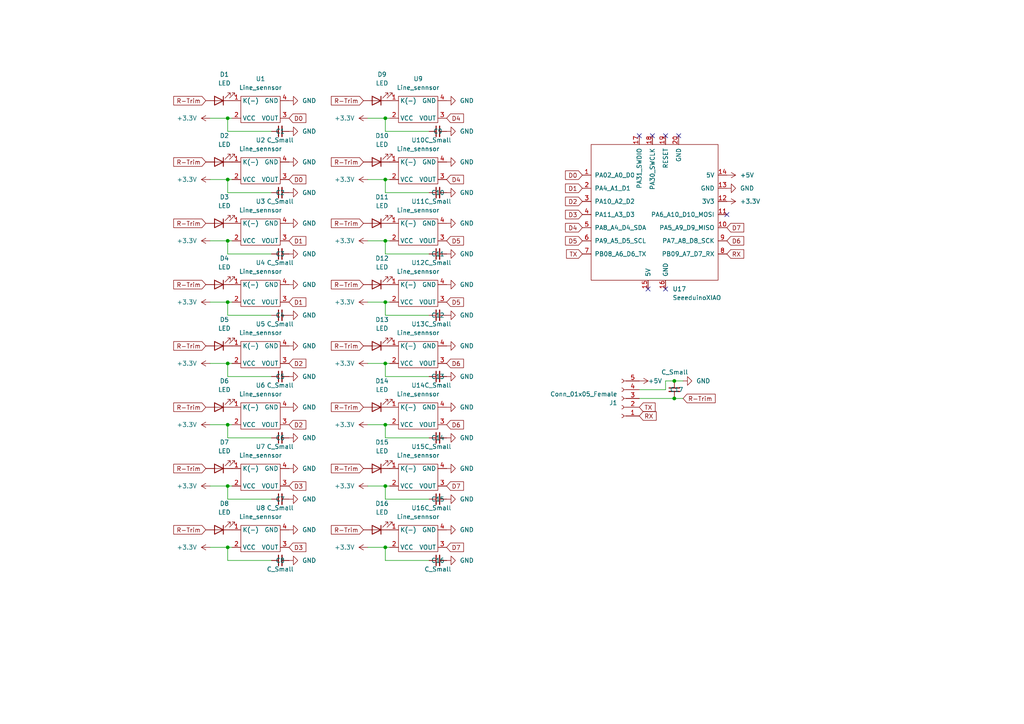
<source format=kicad_sch>
(kicad_sch (version 20211123) (generator eeschema)
  (paper "A4")
  (lib_symbols
    (symbol "Connector:Conn_01x05_Female" (pin_names (offset 1.016) hide)
      (property "Reference" "J" (at 0 7.62 0))
      (property "Value" "Conn_01x05_Female" (at 0 -7.62 0))
      (symbol "Conn_01x05_Female_1_1"
        (arc (start 0 -4.572) (mid -0.508 -5.08) (end 0 -5.588) (stroke (width 0.1524)))
        (arc (start 0 -2.032) (mid -0.508 -2.54) (end 0 -3.048) (stroke (width 0.1524)))
        (polyline (pts (xy -1.27 -5.08) (xy -0.508 -5.08)) (stroke (width 0.1524)))
        (polyline (pts (xy -1.27 -2.54) (xy -0.508 -2.54)) (stroke (width 0.1524)))
        (polyline (pts (xy -1.27 0) (xy -0.508 0)) (stroke (width 0.1524)))
        (polyline (pts (xy -1.27 2.54) (xy -0.508 2.54)) (stroke (width 0.1524)))
        (polyline (pts (xy -1.27 5.08) (xy -0.508 5.08)) (stroke (width 0.1524)))
        (arc (start 0 0.508) (mid -0.508 0) (end 0 -0.508) (stroke (width 0.1524)))
        (arc (start 0 3.048) (mid -0.508 2.54) (end 0 2.032) (stroke (width 0.1524)))
        (arc (start 0 5.588) (mid -0.508 5.08) (end 0 4.572) (stroke (width 0.1524)))
        (pin passive line (at -5.08 5.08 0) (length 3.81) (name "Pin_1") (number "1"))
        (pin passive line (at -5.08 2.54 0) (length 3.81) (name "Pin_2") (number "2"))
        (pin passive line (at -5.08 0 0) (length 3.81) (name "Pin_3") (number "3"))
        (pin passive line (at -5.08 -2.54 0) (length 3.81) (name "Pin_4") (number "4"))
        (pin passive line (at -5.08 -5.08 0) (length 3.81) (name "Pin_5") (number "5"))
      )
    )
    (symbol "Device:C_Small" (pin_numbers hide) (pin_names (offset 0.254) hide)
      (property "Reference" "C" (at 0.254 1.778 0))
      (property "Value" "C_Small" (at 0.254 -2.032 0))
      (symbol "C_Small_0_1"
        (polyline (pts (xy -1.524 -0.508) (xy 1.524 -0.508)) (stroke (width 0.3302)))
        (polyline (pts (xy -1.524 0.508) (xy 1.524 0.508)) (stroke (width 0.3048)))
      )
      (symbol "C_Small_1_1"
        (pin passive line (at 0 2.54 270) (length 2.032) (name "~") (number "1"))
        (pin passive line (at 0 -2.54 90) (length 2.032) (name "~") (number "2"))
      )
    )
    (symbol "Device:LED" (pin_numbers hide) (pin_names (offset 1.016) hide)
      (property "Reference" "D" (at 0 2.54 0))
      (property "Value" "LED" (at 0 -2.54 0))
      (symbol "LED_0_1"
        (polyline (pts (xy -1.27 -1.27) (xy -1.27 1.27)) (stroke (width 0.254)))
        (polyline (pts (xy -1.27 0) (xy 1.27 0)))
        (polyline (pts (xy 1.27 -1.27) (xy 1.27 1.27) (xy -1.27 0) (xy 1.27 -1.27)) (stroke (width 0.254)))
        (polyline (pts (xy -3.048 -0.762) (xy -4.572 -2.286) (xy -3.81 -2.286) (xy -4.572 -2.286) (xy -4.572 -1.524)))
        (polyline (pts (xy -1.778 -0.762) (xy -3.302 -2.286) (xy -2.54 -2.286) (xy -3.302 -2.286) (xy -3.302 -1.524)))
      )
      (symbol "LED_1_1"
        (pin passive line (at -3.81 0 0) (length 2.54) (name "K") (number "1"))
        (pin passive line (at 3.81 0 180) (length 2.54) (name "A") (number "2"))
      )
    )
    (symbol "Line_Sensor:Line_sennsor"
      (property "Reference" "U" (at 0 1.27 0))
      (property "Value" "Line_sennsor" (at 0 0 0))
      (symbol "Line_sennsor_0_1"
        (rectangle (start -6.35 -1.27) (end 5.08 -8.89))
      )
      (symbol "Line_sennsor_1_1"
        (pin bidirectional line (at -8.89 -2.54 0) (length 2.54) (name "K(-)") (number "1"))
        (pin bidirectional line (at -8.89 -7.62 0) (length 2.54) (name "VCC") (number "2"))
        (pin bidirectional line (at 7.62 -7.62 180) (length 2.54) (name "VOUT") (number "3"))
        (pin bidirectional line (at 7.62 -2.54 180) (length 2.54) (name "GND") (number "4"))
      )
    )
    (symbol "Seeeduino XIAO:SeeeduinoXIAO" (pin_names (offset 1.016))
      (property "Reference" "U" (at -19.05 22.86 0))
      (property "Value" "SeeeduinoXIAO" (at -12.7 21.59 0))
      (symbol "SeeeduinoXIAO_0_1"
        (rectangle (start -19.05 20.32) (end 17.78 -19.05))
      )
      (symbol "SeeeduinoXIAO_1_1"
        (pin unspecified line (at -21.59 11.43 0) (length 2.54) (name "PA02_A0_D0") (number "1"))
        (pin unspecified line (at 20.32 -3.81 180) (length 2.54) (name "PA5_A9_D9_MISO") (number "10"))
        (pin unspecified line (at 20.32 0 180) (length 2.54) (name "PA6_A10_D10_MOSI") (number "11"))
        (pin unspecified line (at 20.32 3.81 180) (length 2.54) (name "3V3") (number "12"))
        (pin unspecified line (at 20.32 7.62 180) (length 2.54) (name "GND") (number "13"))
        (pin unspecified line (at 20.32 11.43 180) (length 2.54) (name "5V") (number "14"))
        (pin input line (at -2.54 -21.59 90) (length 2.54) (name "5V") (number "15"))
        (pin input line (at 2.54 -21.59 90) (length 2.54) (name "GND") (number "16"))
        (pin input line (at -5.08 22.86 270) (length 2.54) (name "PA31_SWDIO") (number "17"))
        (pin input line (at -1.27 22.86 270) (length 2.54) (name "PA30_SWCLK") (number "18"))
        (pin input line (at 2.54 22.86 270) (length 2.54) (name "RESET") (number "19"))
        (pin unspecified line (at -21.59 7.62 0) (length 2.54) (name "PA4_A1_D1") (number "2"))
        (pin input line (at 6.35 22.86 270) (length 2.54) (name "GND") (number "20"))
        (pin unspecified line (at -21.59 3.81 0) (length 2.54) (name "PA10_A2_D2") (number "3"))
        (pin unspecified line (at -21.59 0 0) (length 2.54) (name "PA11_A3_D3") (number "4"))
        (pin unspecified line (at -21.59 -3.81 0) (length 2.54) (name "PA8_A4_D4_SDA") (number "5"))
        (pin unspecified line (at -21.59 -7.62 0) (length 2.54) (name "PA9_A5_D5_SCL") (number "6"))
        (pin unspecified line (at -21.59 -11.43 0) (length 2.54) (name "PB08_A6_D6_TX") (number "7"))
        (pin unspecified line (at 20.32 -11.43 180) (length 2.54) (name "PB09_A7_D7_RX") (number "8"))
        (pin unspecified line (at 20.32 -7.62 180) (length 2.54) (name "PA7_A8_D8_SCK") (number "9"))
      )
    )
    (symbol "power:+3.3V" (power) (pin_names (offset 0))
      (property "Value" "+3.3V" (at 0 3.556 0))
      (symbol "+3.3V_0_1"
        (polyline (pts (xy -0.762 1.27) (xy 0 2.54)))
        (polyline (pts (xy 0 0) (xy 0 2.54)))
        (polyline (pts (xy 0 2.54) (xy 0.762 1.27)))
      )
      (symbol "+3.3V_1_1"
        (pin power_in line (at 0 0 90) (length 0) hide (name "+3.3V") (number "1"))
      )
    )
    (symbol "power:+5V" (power) (pin_names (offset 0))
      (property "Value" "+5V" (at 0 3.556 0))
      (symbol "+5V_0_1"
        (polyline (pts (xy -0.762 1.27) (xy 0 2.54)))
        (polyline (pts (xy 0 0) (xy 0 2.54)))
        (polyline (pts (xy 0 2.54) (xy 0.762 1.27)))
      )
      (symbol "+5V_1_1"
        (pin power_in line (at 0 0 90) (length 0) hide (name "+5V") (number "1"))
      )
    )
    (symbol "power:GND" (power) (pin_names (offset 0))
      (property "Value" "GND" (at 0 -3.81 0))
      (symbol "GND_0_1"
        (polyline (pts (xy 0 0) (xy 0 -1.27) (xy 1.27 -1.27) (xy 0 -2.54) (xy -1.27 -1.27) (xy 0 -1.27)))
      )
      (symbol "GND_1_1"
        (pin power_in line (at 0 0 270) (length 0) hide (name "GND") (number "1"))
      )
    )
  )
  (junction (at 195.58 115.57))
  (junction (at 111.76 123.19))
  (junction (at 66.04 140.97))
  (junction (at 66.04 158.75))
  (junction (at 111.76 87.63))
  (junction (at 66.04 52.07))
  (junction (at 111.76 52.07))
  (junction (at 66.04 34.29))
  (junction (at 66.04 105.41))
  (junction (at 111.76 105.41))
  (junction (at 111.76 140.97))
  (junction (at 111.76 34.29))
  (junction (at 195.58 110.49))
  (junction (at 66.04 123.19))
  (junction (at 111.76 158.75))
  (junction (at 66.04 69.85))
  (junction (at 66.04 87.63))
  (junction (at 111.76 69.85))
  (no_connect (at 185.42 39.37))
  (no_connect (at 210.82 62.23))
  (no_connect (at 193.04 39.37))
  (no_connect (at 187.96 83.82))
  (no_connect (at 189.23 39.37))
  (no_connect (at 196.85 39.37))
  (no_connect (at 193.04 83.82))
  (wire (pts (xy 66.04 55.88) (xy 78.74 55.88)))
  (wire (pts (xy 193.04 110.49) (xy 195.58 110.49)))
  (wire (pts (xy 111.76 162.56) (xy 124.46 162.56)))
  (wire (pts (xy 66.04 158.75) (xy 66.04 162.56)))
  (wire (pts (xy 66.04 105.41) (xy 67.31 105.41)))
  (wire (pts (xy 66.04 34.29) (xy 67.31 34.29)))
  (wire (pts (xy 111.76 140.97) (xy 111.76 144.78)))
  (wire (pts (xy 111.76 123.19) (xy 111.76 127)))
  (wire (pts (xy 66.04 69.85) (xy 67.31 69.85)))
  (wire (pts (xy 111.76 144.78) (xy 124.46 144.78)))
  (wire (pts (xy 60.96 34.29) (xy 66.04 34.29)))
  (wire (pts (xy 111.76 127) (xy 124.46 127)))
  (wire (pts (xy 66.04 123.19) (xy 66.04 127)))
  (wire (pts (xy 111.76 69.85) (xy 111.76 73.66)))
  (wire (pts (xy 111.76 140.97) (xy 113.03 140.97)))
  (wire (pts (xy 60.96 123.19) (xy 66.04 123.19)))
  (wire (pts (xy 111.76 158.75) (xy 113.03 158.75)))
  (wire (pts (xy 60.96 140.97) (xy 66.04 140.97)))
  (wire (pts (xy 66.04 123.19) (xy 67.31 123.19)))
  (wire (pts (xy 111.76 34.29) (xy 111.76 38.1)))
  (wire (pts (xy 106.68 140.97) (xy 111.76 140.97)))
  (wire (pts (xy 106.68 105.41) (xy 111.76 105.41)))
  (wire (pts (xy 111.76 52.07) (xy 113.03 52.07)))
  (wire (pts (xy 193.04 110.49) (xy 193.04 113.03)))
  (wire (pts (xy 106.68 52.07) (xy 111.76 52.07)))
  (wire (pts (xy 111.76 69.85) (xy 113.03 69.85)))
  (wire (pts (xy 66.04 73.66) (xy 78.74 73.66)))
  (wire (pts (xy 66.04 91.44) (xy 78.74 91.44)))
  (wire (pts (xy 111.76 158.75) (xy 111.76 162.56)))
  (wire (pts (xy 185.42 115.57) (xy 195.58 115.57)))
  (wire (pts (xy 60.96 87.63) (xy 66.04 87.63)))
  (wire (pts (xy 106.68 69.85) (xy 111.76 69.85)))
  (wire (pts (xy 111.76 87.63) (xy 113.03 87.63)))
  (wire (pts (xy 66.04 158.75) (xy 67.31 158.75)))
  (wire (pts (xy 66.04 87.63) (xy 67.31 87.63)))
  (wire (pts (xy 66.04 144.78) (xy 78.74 144.78)))
  (wire (pts (xy 60.96 105.41) (xy 66.04 105.41)))
  (wire (pts (xy 60.96 52.07) (xy 66.04 52.07)))
  (wire (pts (xy 106.68 123.19) (xy 111.76 123.19)))
  (wire (pts (xy 111.76 52.07) (xy 111.76 55.88)))
  (wire (pts (xy 111.76 109.22) (xy 124.46 109.22)))
  (wire (pts (xy 60.96 158.75) (xy 66.04 158.75)))
  (wire (pts (xy 111.76 38.1) (xy 124.46 38.1)))
  (wire (pts (xy 66.04 69.85) (xy 66.04 73.66)))
  (wire (pts (xy 106.68 87.63) (xy 111.76 87.63)))
  (wire (pts (xy 66.04 127) (xy 78.74 127)))
  (wire (pts (xy 111.76 105.41) (xy 113.03 105.41)))
  (wire (pts (xy 111.76 123.19) (xy 113.03 123.19)))
  (wire (pts (xy 111.76 105.41) (xy 111.76 109.22)))
  (wire (pts (xy 111.76 91.44) (xy 124.46 91.44)))
  (wire (pts (xy 66.04 34.29) (xy 66.04 38.1)))
  (wire (pts (xy 66.04 87.63) (xy 66.04 91.44)))
  (wire (pts (xy 66.04 52.07) (xy 66.04 55.88)))
  (wire (pts (xy 111.76 87.63) (xy 111.76 91.44)))
  (wire (pts (xy 111.76 73.66) (xy 124.46 73.66)))
  (wire (pts (xy 66.04 109.22) (xy 78.74 109.22)))
  (wire (pts (xy 66.04 105.41) (xy 66.04 109.22)))
  (wire (pts (xy 111.76 55.88) (xy 124.46 55.88)))
  (wire (pts (xy 60.96 69.85) (xy 66.04 69.85)))
  (wire (pts (xy 106.68 158.75) (xy 111.76 158.75)))
  (wire (pts (xy 111.76 34.29) (xy 113.03 34.29)))
  (wire (pts (xy 195.58 115.57) (xy 198.12 115.57)))
  (wire (pts (xy 66.04 140.97) (xy 66.04 144.78)))
  (wire (pts (xy 66.04 38.1) (xy 78.74 38.1)))
  (wire (pts (xy 66.04 140.97) (xy 67.31 140.97)))
  (wire (pts (xy 193.04 113.03) (xy 185.42 113.03)))
  (wire (pts (xy 66.04 162.56) (xy 78.74 162.56)))
  (wire (pts (xy 198.12 110.49) (xy 195.58 110.49)))
  (wire (pts (xy 106.68 34.29) (xy 111.76 34.29)))
  (wire (pts (xy 66.04 52.07) (xy 67.31 52.07)))
  (global_label "R-Trim" (shape input) (at 105.41 82.55 180) (property "Intersheet References" "${INTERSHEET_REFS}" (effects hide)))
  (global_label "D3" (shape input) (at 83.82 140.97 0) (property "Intersheet References" "${INTERSHEET_REFS}" (effects hide)))
  (global_label "R-Trim" (shape input) (at 59.69 64.77 180) (property "Intersheet References" "${INTERSHEET_REFS}" (effects hide)))
  (global_label "D4" (shape input) (at 129.54 52.07 0) (property "Intersheet References" "${INTERSHEET_REFS}" (effects hide)))
  (global_label "D6" (shape input) (at 210.82 69.85 0) (property "Intersheet References" "${INTERSHEET_REFS}" (effects hide)))
  (global_label "RX" (shape input) (at 185.42 120.65 0) (property "Intersheet References" "${INTERSHEET_REFS}" (effects hide)))
  (global_label "R-Trim" (shape input) (at 198.12 115.57 0) (property "Intersheet References" "${INTERSHEET_REFS}" (effects hide)))
  (global_label "R-Trim" (shape input) (at 59.69 100.33 180) (property "Intersheet References" "${INTERSHEET_REFS}" (effects hide)))
  (global_label "D5" (shape input) (at 129.54 69.85 0) (property "Intersheet References" "${INTERSHEET_REFS}" (effects hide)))
  (global_label "D3" (shape input) (at 83.82 158.75 0) (property "Intersheet References" "${INTERSHEET_REFS}" (effects hide)))
  (global_label "D5" (shape input) (at 129.54 87.63 0) (property "Intersheet References" "${INTERSHEET_REFS}" (effects hide)))
  (global_label "R-Trim" (shape input) (at 59.69 82.55 180) (property "Intersheet References" "${INTERSHEET_REFS}" (effects hide)))
  (global_label "R-Trim" (shape input) (at 105.41 64.77 180) (property "Intersheet References" "${INTERSHEET_REFS}" (effects hide)))
  (global_label "TX" (shape input) (at 185.42 118.11 0) (property "Intersheet References" "${INTERSHEET_REFS}" (effects hide)))
  (global_label "D1" (shape input) (at 83.82 87.63 0) (property "Intersheet References" "${INTERSHEET_REFS}" (effects hide)))
  (global_label "R-Trim" (shape input) (at 105.41 153.67 180) (property "Intersheet References" "${INTERSHEET_REFS}" (effects hide)))
  (global_label "D7" (shape input) (at 129.54 158.75 0) (property "Intersheet References" "${INTERSHEET_REFS}" (effects hide)))
  (global_label "R-Trim" (shape input) (at 105.41 46.99 180) (property "Intersheet References" "${INTERSHEET_REFS}" (effects hide)))
  (global_label "R-Trim" (shape input) (at 105.41 29.21 180) (property "Intersheet References" "${INTERSHEET_REFS}" (effects hide)))
  (global_label "R-Trim" (shape input) (at 59.69 153.67 180) (property "Intersheet References" "${INTERSHEET_REFS}" (effects hide)))
  (global_label "D1" (shape input) (at 168.91 54.61 180) (property "Intersheet References" "${INTERSHEET_REFS}" (effects hide)))
  (global_label "D4" (shape input) (at 129.54 34.29 0) (property "Intersheet References" "${INTERSHEET_REFS}" (effects hide)))
  (global_label "D0" (shape input) (at 168.91 50.8 180) (property "Intersheet References" "${INTERSHEET_REFS}" (effects hide)))
  (global_label "R-Trim" (shape input) (at 59.69 118.11 180) (property "Intersheet References" "${INTERSHEET_REFS}" (effects hide)))
  (global_label "D2" (shape input) (at 83.82 123.19 0) (property "Intersheet References" "${INTERSHEET_REFS}" (effects hide)))
  (global_label "TX" (shape input) (at 168.91 73.66 180) (property "Intersheet References" "${INTERSHEET_REFS}" (effects hide)))
  (global_label "D7" (shape input) (at 210.82 66.04 0) (property "Intersheet References" "${INTERSHEET_REFS}" (effects hide)))
  (global_label "D6" (shape input) (at 129.54 123.19 0) (property "Intersheet References" "${INTERSHEET_REFS}" (effects hide)))
  (global_label "R-Trim" (shape input) (at 105.41 100.33 180) (property "Intersheet References" "${INTERSHEET_REFS}" (effects hide)))
  (global_label "R-Trim" (shape input) (at 59.69 46.99 180) (property "Intersheet References" "${INTERSHEET_REFS}" (effects hide)))
  (global_label "R-Trim" (shape input) (at 105.41 135.89 180) (property "Intersheet References" "${INTERSHEET_REFS}" (effects hide)))
  (global_label "D2" (shape input) (at 168.91 58.42 180) (property "Intersheet References" "${INTERSHEET_REFS}" (effects hide)))
  (global_label "RX" (shape input) (at 210.82 73.66 0) (property "Intersheet References" "${INTERSHEET_REFS}" (effects hide)))
  (global_label "D1" (shape input) (at 83.82 69.85 0) (property "Intersheet References" "${INTERSHEET_REFS}" (effects hide)))
  (global_label "D7" (shape input) (at 129.54 140.97 0) (property "Intersheet References" "${INTERSHEET_REFS}" (effects hide)))
  (global_label "D0" (shape input) (at 83.82 52.07 0) (property "Intersheet References" "${INTERSHEET_REFS}" (effects hide)))
  (global_label "D0" (shape input) (at 83.82 34.29 0) (property "Intersheet References" "${INTERSHEET_REFS}" (effects hide)))
  (global_label "D4" (shape input) (at 168.91 66.04 180) (property "Intersheet References" "${INTERSHEET_REFS}" (effects hide)))
  (global_label "D2" (shape input) (at 83.82 105.41 0) (property "Intersheet References" "${INTERSHEET_REFS}" (effects hide)))
  (global_label "R-Trim" (shape input) (at 59.69 29.21 180) (property "Intersheet References" "${INTERSHEET_REFS}" (effects hide)))
  (global_label "D5" (shape input) (at 168.91 69.85 180) (property "Intersheet References" "${INTERSHEET_REFS}" (effects hide)))
  (global_label "R-Trim" (shape input) (at 105.41 118.11 180) (property "Intersheet References" "${INTERSHEET_REFS}" (effects hide)))
  (global_label "D3" (shape input) (at 168.91 62.23 180) (property "Intersheet References" "${INTERSHEET_REFS}" (effects hide)))
  (global_label "D6" (shape input) (at 129.54 105.41 0) (property "Intersheet References" "${INTERSHEET_REFS}" (effects hide)))
  (global_label "R-Trim" (shape input) (at 59.69 135.89 180) (property "Intersheet References" "${INTERSHEET_REFS}" (effects hide)))
  (symbol (lib_id "Device:C_Small") (at 81.28 38.1 90) (unit 1)
    (property "Reference" "C1" (at 81.28 38.1 90))
    (property "Value" "C_Small" (at 81.28 40.64 90))
    (property "Footprint" "Capacitor_THT:C_Disc_D3.8mm_W2.6mm_P2.50mm" (effects hide))
  )
  (symbol (lib_id "Line_Sensor:Line_sennsor") (at 121.92 133.35 0) (unit 1)
    (property "Reference" "U15" (at 121.285 129.54 0))
    (property "Value" "Line_sennsor" (at 121.285 132.08 0))
    (property "Footprint" "Line_Sensor:Line_Sensor" (effects hide))
  )
  (symbol (lib_id "power:+3.3V") (at 60.96 158.75 90) (unit 1)
    (property "Reference" "#PWR08" (effects hide))
    (property "Value" "+3.3V" (at 57.15 158.7499 90) (effects (justify left)))
  )
  (symbol (lib_id "Device:LED") (at 63.5 82.55 180) (unit 1)
    (property "Reference" "D4" (at 65.0875 74.93 0))
    (property "Value" "LED" (at 65.0875 77.47 0))
    (property "Footprint" "LED_THT:LED_D3.0mm_Clear" (effects hide))
  )
  (symbol (lib_id "Device:C_Small") (at 127 144.78 90) (unit 1)
    (property "Reference" "C15" (at 127 144.78 90))
    (property "Value" "C_Small" (at 127 147.32 90))
    (property "Footprint" "Capacitor_THT:C_Disc_D3.8mm_W2.6mm_P2.50mm" (effects hide))
  )
  (symbol (lib_id "power:GND") (at 83.82 38.1 90) (unit 1)
    (property "Reference" "#PWR010" (effects hide))
    (property "Value" "GND" (at 87.63 38.0999 90) (effects (justify right)))
  )
  (symbol (lib_id "power:+3.3V") (at 60.96 123.19 90) (unit 1)
    (property "Reference" "#PWR06" (effects hide))
    (property "Value" "+3.3V" (at 57.15 123.1899 90) (effects (justify left)))
  )
  (symbol (lib_id "Device:C_Small") (at 127 73.66 90) (unit 1)
    (property "Reference" "C11" (at 127 73.66 90))
    (property "Value" "C_Small" (at 127 76.2 90))
    (property "Footprint" "Capacitor_THT:C_Disc_D3.8mm_W2.6mm_P2.50mm" (effects hide))
  )
  (symbol (lib_id "power:GND") (at 83.82 73.66 90) (unit 1)
    (property "Reference" "#PWR014" (effects hide))
    (property "Value" "GND" (at 87.63 73.6599 90) (effects (justify right)))
  )
  (symbol (lib_id "power:GND") (at 83.82 91.44 90) (unit 1)
    (property "Reference" "#PWR016" (effects hide))
    (property "Value" "GND" (at 87.63 91.4399 90) (effects (justify right)))
  )
  (symbol (lib_id "power:GND") (at 83.82 127 90) (unit 1)
    (property "Reference" "#PWR020" (effects hide))
    (property "Value" "GND" (at 87.63 126.9999 90) (effects (justify right)))
  )
  (symbol (lib_id "power:GND") (at 83.82 153.67 90) (unit 1)
    (property "Reference" "#PWR023" (effects hide))
    (property "Value" "GND" (at 87.63 153.6699 90) (effects (justify right)))
  )
  (symbol (lib_id "power:GND") (at 83.82 55.88 90) (unit 1)
    (property "Reference" "#PWR012" (effects hide))
    (property "Value" "GND" (at 87.63 55.8799 90) (effects (justify right)))
  )
  (symbol (lib_id "Line_Sensor:Line_sennsor") (at 76.2 80.01 0) (unit 1)
    (property "Reference" "U4" (at 75.565 76.2 0))
    (property "Value" "Line_sennsor" (at 75.565 78.74 0))
    (property "Footprint" "Line_Sensor:Line_Sensor" (effects hide))
  )
  (symbol (lib_id "power:+3.3V") (at 60.96 69.85 90) (unit 1)
    (property "Reference" "#PWR03" (effects hide))
    (property "Value" "+3.3V" (at 57.15 69.8499 90) (effects (justify left)))
  )
  (symbol (lib_id "Line_Sensor:Line_sennsor") (at 76.2 62.23 0) (unit 1)
    (property "Reference" "U3" (at 75.565 58.42 0))
    (property "Value" "Line_sennsor" (at 75.565 60.96 0))
    (property "Footprint" "Line_Sensor:Line_Sensor" (effects hide))
  )
  (symbol (lib_id "Device:C_Small") (at 195.58 113.03 0) (unit 1)
    (property "Reference" "C17" (at 194.31 113.03 0) (effects (justify left)))
    (property "Value" "C_Small" (at 191.77 107.95 0) (effects (justify left)))
    (property "Footprint" "Capacitor_THT:C_Disc_D3.8mm_W2.6mm_P2.50mm" (effects hide))
  )
  (symbol (lib_id "power:GND") (at 129.54 118.11 90) (unit 1)
    (property "Reference" "#PWR043" (effects hide))
    (property "Value" "GND" (at 133.35 118.1099 90) (effects (justify right)))
  )
  (symbol (lib_id "power:GND") (at 129.54 46.99 90) (unit 1)
    (property "Reference" "#PWR035" (effects hide))
    (property "Value" "GND" (at 133.35 46.9899 90) (effects (justify right)))
  )
  (symbol (lib_id "Line_Sensor:Line_sennsor") (at 121.92 97.79 0) (unit 1)
    (property "Reference" "U13" (at 121.285 93.98 0))
    (property "Value" "Line_sennsor" (at 121.285 96.52 0))
    (property "Footprint" "Line_Sensor:Line_Sensor" (effects hide))
  )
  (symbol (lib_id "Device:LED") (at 63.5 46.99 180) (unit 1)
    (property "Reference" "D2" (at 65.0875 39.37 0))
    (property "Value" "LED" (at 65.0875 41.91 0))
    (property "Footprint" "LED_THT:LED_D3.0mm_Clear" (effects hide))
  )
  (symbol (lib_id "power:GND") (at 129.54 162.56 90) (unit 1)
    (property "Reference" "#PWR048" (effects hide))
    (property "Value" "GND" (at 133.35 162.5599 90) (effects (justify right)))
  )
  (symbol (lib_id "power:GND") (at 83.82 162.56 90) (unit 1)
    (property "Reference" "#PWR024" (effects hide))
    (property "Value" "GND" (at 87.63 162.5599 90) (effects (justify right)))
  )
  (symbol (lib_id "power:+3.3V") (at 60.96 34.29 90) (unit 1)
    (property "Reference" "#PWR01" (effects hide))
    (property "Value" "+3.3V" (at 57.15 34.2899 90) (effects (justify left)))
  )
  (symbol (lib_id "Seeeduino XIAO:SeeeduinoXIAO") (at 190.5 62.23 0) (unit 1)
    (property "Reference" "U17" (at 195.0594 83.82 0) (effects (justify left)))
    (property "Value" "SeeeduinoXIAO" (at 195.0594 86.36 0) (effects (justify left)))
    (property "Footprint" "Seeeduino_Xiao:seeeduinoXIAO" (effects hide))
  )
  (symbol (lib_id "power:+5V") (at 185.42 110.49 270) (unit 1)
    (property "Reference" "#PWR049" (effects hide))
    (property "Value" "+5V" (at 187.96 110.49 90) (effects (justify left)))
  )
  (symbol (lib_id "power:GND") (at 83.82 46.99 90) (unit 1)
    (property "Reference" "#PWR011" (effects hide))
    (property "Value" "GND" (at 87.63 46.9899 90) (effects (justify right)))
  )
  (symbol (lib_id "power:GND") (at 129.54 73.66 90) (unit 1)
    (property "Reference" "#PWR038" (effects hide))
    (property "Value" "GND" (at 133.35 73.6599 90) (effects (justify right)))
  )
  (symbol (lib_id "power:GND") (at 129.54 144.78 90) (unit 1)
    (property "Reference" "#PWR046" (effects hide))
    (property "Value" "GND" (at 133.35 144.7799 90) (effects (justify right)))
  )
  (symbol (lib_id "power:GND") (at 83.82 100.33 90) (unit 1)
    (property "Reference" "#PWR017" (effects hide))
    (property "Value" "GND" (at 87.63 100.3299 90) (effects (justify right)))
  )
  (symbol (lib_id "Device:LED") (at 109.22 153.67 180) (unit 1)
    (property "Reference" "D16" (at 110.8075 146.05 0))
    (property "Value" "LED" (at 110.8075 148.59 0))
    (property "Footprint" "LED_THT:LED_D3.0mm_Clear" (effects hide))
  )
  (symbol (lib_id "power:+3.3V") (at 106.68 69.85 90) (unit 1)
    (property "Reference" "#PWR027" (effects hide))
    (property "Value" "+3.3V" (at 102.87 69.8499 90) (effects (justify left)))
  )
  (symbol (lib_id "power:+3.3V") (at 106.68 34.29 90) (unit 1)
    (property "Reference" "#PWR025" (effects hide))
    (property "Value" "+3.3V" (at 102.87 34.2899 90) (effects (justify left)))
  )
  (symbol (lib_id "Device:C_Small") (at 127 91.44 90) (unit 1)
    (property "Reference" "C12" (at 127 91.44 90))
    (property "Value" "C_Small" (at 127 93.98 90))
    (property "Footprint" "Capacitor_THT:C_Disc_D3.8mm_W2.6mm_P2.50mm" (effects hide))
  )
  (symbol (lib_id "Device:LED") (at 63.5 64.77 180) (unit 1)
    (property "Reference" "D3" (at 65.0875 57.15 0))
    (property "Value" "LED" (at 65.0875 59.69 0))
    (property "Footprint" "LED_THT:LED_D3.0mm_Clear" (effects hide))
  )
  (symbol (lib_id "power:GND") (at 83.82 144.78 90) (unit 1)
    (property "Reference" "#PWR022" (effects hide))
    (property "Value" "GND" (at 87.63 144.7799 90) (effects (justify right)))
  )
  (symbol (lib_id "power:+3.3V") (at 60.96 105.41 90) (unit 1)
    (property "Reference" "#PWR05" (effects hide))
    (property "Value" "+3.3V" (at 57.15 105.4099 90) (effects (justify left)))
  )
  (symbol (lib_id "Device:LED") (at 109.22 118.11 180) (unit 1)
    (property "Reference" "D14" (at 110.8075 110.49 0))
    (property "Value" "LED" (at 110.8075 113.03 0))
    (property "Footprint" "LED_THT:LED_D3.0mm_Clear" (effects hide))
  )
  (symbol (lib_id "Device:C_Small") (at 81.28 91.44 90) (unit 1)
    (property "Reference" "C4" (at 81.28 91.44 90))
    (property "Value" "C_Small" (at 81.28 93.98 90))
    (property "Footprint" "Capacitor_THT:C_Disc_D3.8mm_W2.6mm_P2.50mm" (effects hide))
  )
  (symbol (lib_id "Device:LED") (at 109.22 64.77 180) (unit 1)
    (property "Reference" "D11" (at 110.8075 57.15 0))
    (property "Value" "LED" (at 110.8075 59.69 0))
    (property "Footprint" "LED_THT:LED_D3.0mm_Clear" (effects hide))
  )
  (symbol (lib_id "Line_Sensor:Line_sennsor") (at 76.2 151.13 0) (unit 1)
    (property "Reference" "U8" (at 75.565 147.32 0))
    (property "Value" "Line_sennsor" (at 75.565 149.86 0))
    (property "Footprint" "Line_Sensor:Line_Sensor" (effects hide))
  )
  (symbol (lib_id "Line_Sensor:Line_sennsor") (at 121.92 80.01 0) (unit 1)
    (property "Reference" "U12" (at 121.285 76.2 0))
    (property "Value" "Line_sennsor" (at 121.285 78.74 0))
    (property "Footprint" "Line_Sensor:Line_Sensor" (effects hide))
  )
  (symbol (lib_id "Device:C_Small") (at 127 55.88 90) (unit 1)
    (property "Reference" "C10" (at 127 55.88 90))
    (property "Value" "C_Small" (at 127 58.42 90))
    (property "Footprint" "Capacitor_THT:C_Disc_D3.8mm_W2.6mm_P2.50mm" (effects hide))
  )
  (symbol (lib_id "Device:C_Small") (at 127 127 90) (unit 1)
    (property "Reference" "C14" (at 127 127 90))
    (property "Value" "C_Small" (at 127 129.54 90))
    (property "Footprint" "Capacitor_THT:C_Disc_D3.8mm_W2.6mm_P2.50mm" (effects hide))
  )
  (symbol (lib_id "power:GND") (at 129.54 91.44 90) (unit 1)
    (property "Reference" "#PWR040" (effects hide))
    (property "Value" "GND" (at 133.35 91.4399 90) (effects (justify right)))
  )
  (symbol (lib_id "power:GND") (at 83.82 109.22 90) (unit 1)
    (property "Reference" "#PWR018" (effects hide))
    (property "Value" "GND" (at 87.63 109.2199 90) (effects (justify right)))
  )
  (symbol (lib_id "Device:LED") (at 63.5 135.89 180) (unit 1)
    (property "Reference" "D7" (at 65.0875 128.27 0))
    (property "Value" "LED" (at 65.0875 130.81 0))
    (property "Footprint" "LED_THT:LED_D3.0mm_Clear" (effects hide))
  )
  (symbol (lib_id "Line_Sensor:Line_sennsor") (at 76.2 133.35 0) (unit 1)
    (property "Reference" "U7" (at 75.565 129.54 0))
    (property "Value" "Line_sennsor" (at 75.565 132.08 0))
    (property "Footprint" "Line_Sensor:Line_Sensor" (effects hide))
  )
  (symbol (lib_id "Line_Sensor:Line_sennsor") (at 76.2 115.57 0) (unit 1)
    (property "Reference" "U6" (at 75.565 111.76 0))
    (property "Value" "Line_sennsor" (at 75.565 114.3 0))
    (property "Footprint" "Line_Sensor:Line_Sensor" (effects hide))
  )
  (symbol (lib_id "Device:C_Small") (at 81.28 109.22 90) (unit 1)
    (property "Reference" "C5" (at 81.28 109.22 90))
    (property "Value" "C_Small" (at 81.28 111.76 90))
    (property "Footprint" "Capacitor_THT:C_Disc_D3.8mm_W2.6mm_P2.50mm" (effects hide))
  )
  (symbol (lib_id "power:GND") (at 210.82 54.61 90) (unit 1)
    (property "Reference" "#PWR052" (effects hide))
    (property "Value" "GND" (at 214.63 54.6099 90) (effects (justify right)))
  )
  (symbol (lib_id "Connector:Conn_01x05_Female") (at 180.34 115.57 180) (unit 1)
    (property "Reference" "J1" (at 179.07 116.8401 0) (effects (justify left)))
    (property "Value" "Conn_01x05_Female" (at 179.07 114.3001 0) (effects (justify left)))
    (property "Footprint" "Connector_JST:JST_XH_S5B-XH-A_1x05_P2.50mm_Horizontal" (effects hide))
  )
  (symbol (lib_id "power:GND") (at 129.54 153.67 90) (unit 1)
    (property "Reference" "#PWR047" (effects hide))
    (property "Value" "GND" (at 133.35 153.6699 90) (effects (justify right)))
  )
  (symbol (lib_id "power:+3.3V") (at 60.96 140.97 90) (unit 1)
    (property "Reference" "#PWR07" (effects hide))
    (property "Value" "+3.3V" (at 57.15 140.9699 90) (effects (justify left)))
  )
  (symbol (lib_id "power:GND") (at 83.82 135.89 90) (unit 1)
    (property "Reference" "#PWR021" (effects hide))
    (property "Value" "GND" (at 87.63 135.8899 90) (effects (justify right)))
  )
  (symbol (lib_id "Device:C_Small") (at 81.28 162.56 90) (unit 1)
    (property "Reference" "C8" (at 81.28 162.56 90))
    (property "Value" "C_Small" (at 81.28 165.1 90))
    (property "Footprint" "Capacitor_THT:C_Disc_D3.8mm_W2.6mm_P2.50mm" (effects hide))
  )
  (symbol (lib_id "Line_Sensor:Line_sennsor") (at 121.92 151.13 0) (unit 1)
    (property "Reference" "U16" (at 121.285 147.32 0))
    (property "Value" "Line_sennsor" (at 121.285 149.86 0))
    (property "Footprint" "Line_Sensor:Line_Sensor" (effects hide))
  )
  (symbol (lib_id "power:+5V") (at 210.82 50.8 270) (unit 1)
    (property "Reference" "#PWR051" (effects hide))
    (property "Value" "+5V" (at 214.63 50.7999 90) (effects (justify left)))
  )
  (symbol (lib_id "power:+3.3V") (at 106.68 52.07 90) (unit 1)
    (property "Reference" "#PWR026" (effects hide))
    (property "Value" "+3.3V" (at 102.87 52.0699 90) (effects (justify left)))
  )
  (symbol (lib_id "power:GND") (at 83.82 82.55 90) (unit 1)
    (property "Reference" "#PWR015" (effects hide))
    (property "Value" "GND" (at 87.63 82.5499 90) (effects (justify right)))
  )
  (symbol (lib_id "power:+3.3V") (at 106.68 87.63 90) (unit 1)
    (property "Reference" "#PWR028" (effects hide))
    (property "Value" "+3.3V" (at 102.87 87.6299 90) (effects (justify left)))
  )
  (symbol (lib_id "Device:C_Small") (at 81.28 73.66 90) (unit 1)
    (property "Reference" "C3" (at 81.28 73.66 90))
    (property "Value" "C_Small" (at 81.28 76.2 90))
    (property "Footprint" "Capacitor_THT:C_Disc_D3.8mm_W2.6mm_P2.50mm" (effects hide))
  )
  (symbol (lib_id "power:GND") (at 129.54 135.89 90) (unit 1)
    (property "Reference" "#PWR045" (effects hide))
    (property "Value" "GND" (at 133.35 135.8899 90) (effects (justify right)))
  )
  (symbol (lib_id "power:GND") (at 129.54 100.33 90) (unit 1)
    (property "Reference" "#PWR041" (effects hide))
    (property "Value" "GND" (at 133.35 100.3299 90) (effects (justify right)))
  )
  (symbol (lib_id "power:GND") (at 129.54 82.55 90) (unit 1)
    (property "Reference" "#PWR039" (effects hide))
    (property "Value" "GND" (at 133.35 82.5499 90) (effects (justify right)))
  )
  (symbol (lib_id "power:+3.3V") (at 106.68 158.75 90) (unit 1)
    (property "Reference" "#PWR032" (effects hide))
    (property "Value" "+3.3V" (at 102.87 158.7499 90) (effects (justify left)))
  )
  (symbol (lib_id "power:GND") (at 83.82 118.11 90) (unit 1)
    (property "Reference" "#PWR019" (effects hide))
    (property "Value" "GND" (at 87.63 118.1099 90) (effects (justify right)))
  )
  (symbol (lib_id "power:+3.3V") (at 106.68 105.41 90) (unit 1)
    (property "Reference" "#PWR029" (effects hide))
    (property "Value" "+3.3V" (at 102.87 105.4099 90) (effects (justify left)))
  )
  (symbol (lib_id "power:GND") (at 83.82 29.21 90) (unit 1)
    (property "Reference" "#PWR09" (effects hide))
    (property "Value" "GND" (at 87.63 29.2099 90) (effects (justify right)))
  )
  (symbol (lib_id "Line_Sensor:Line_sennsor") (at 76.2 97.79 0) (unit 1)
    (property "Reference" "U5" (at 75.565 93.98 0))
    (property "Value" "Line_sennsor" (at 75.565 96.52 0))
    (property "Footprint" "Line_Sensor:Line_Sensor" (effects hide))
  )
  (symbol (lib_id "Line_Sensor:Line_sennsor") (at 121.92 115.57 0) (unit 1)
    (property "Reference" "U14" (at 121.285 111.76 0))
    (property "Value" "Line_sennsor" (at 121.285 114.3 0))
    (property "Footprint" "Line_Sensor:Line_Sensor" (effects hide))
  )
  (symbol (lib_id "Device:C_Small") (at 127 109.22 90) (unit 1)
    (property "Reference" "C13" (at 127 109.22 90))
    (property "Value" "C_Small" (at 127 111.76 90))
    (property "Footprint" "Capacitor_THT:C_Disc_D3.8mm_W2.6mm_P2.50mm" (effects hide))
  )
  (symbol (lib_id "power:+3.3V") (at 210.82 58.42 270) (unit 1)
    (property "Reference" "#PWR053" (effects hide))
    (property "Value" "+3.3V" (at 214.63 58.4199 90) (effects (justify left)))
  )
  (symbol (lib_id "Device:LED") (at 109.22 82.55 180) (unit 1)
    (property "Reference" "D12" (at 110.8075 74.93 0))
    (property "Value" "LED" (at 110.8075 77.47 0))
    (property "Footprint" "LED_THT:LED_D3.0mm_Clear" (effects hide))
  )
  (symbol (lib_id "Device:LED") (at 63.5 153.67 180) (unit 1)
    (property "Reference" "D8" (at 65.0875 146.05 0))
    (property "Value" "LED" (at 65.0875 148.59 0))
    (property "Footprint" "LED_THT:LED_D3.0mm_Clear" (effects hide))
  )
  (symbol (lib_id "power:GND") (at 129.54 127 90) (unit 1)
    (property "Reference" "#PWR044" (effects hide))
    (property "Value" "GND" (at 133.35 126.9999 90) (effects (justify right)))
  )
  (symbol (lib_id "power:GND") (at 129.54 38.1 90) (unit 1)
    (property "Reference" "#PWR034" (effects hide))
    (property "Value" "GND" (at 133.35 38.0999 90) (effects (justify right)))
  )
  (symbol (lib_id "Device:LED") (at 109.22 100.33 180) (unit 1)
    (property "Reference" "D13" (at 110.8075 92.71 0))
    (property "Value" "LED" (at 110.8075 95.25 0))
    (property "Footprint" "LED_THT:LED_D3.0mm_Clear" (effects hide))
  )
  (symbol (lib_id "Line_Sensor:Line_sennsor") (at 76.2 26.67 0) (unit 1)
    (property "Reference" "U1" (at 75.565 22.86 0))
    (property "Value" "Line_sennsor" (at 75.565 25.4 0))
    (property "Footprint" "Line_Sensor:Line_Sensor" (effects hide))
  )
  (symbol (lib_id "Device:LED") (at 63.5 29.21 180) (unit 1)
    (property "Reference" "D1" (at 65.0875 21.59 0))
    (property "Value" "LED" (at 65.0875 24.13 0))
    (property "Footprint" "LED_THT:LED_D3.0mm_Clear" (effects hide))
  )
  (symbol (lib_id "power:+3.3V") (at 106.68 123.19 90) (unit 1)
    (property "Reference" "#PWR030" (effects hide))
    (property "Value" "+3.3V" (at 102.87 123.1899 90) (effects (justify left)))
  )
  (symbol (lib_id "Device:LED") (at 63.5 100.33 180) (unit 1)
    (property "Reference" "D5" (at 65.0875 92.71 0))
    (property "Value" "LED" (at 65.0875 95.25 0))
    (property "Footprint" "LED_THT:LED_D3.0mm_Clear" (effects hide))
  )
  (symbol (lib_id "power:GND") (at 198.12 110.49 90) (unit 1)
    (property "Reference" "#PWR050" (effects hide))
    (property "Value" "GND" (at 201.93 110.4899 90) (effects (justify right)))
  )
  (symbol (lib_id "Line_Sensor:Line_sennsor") (at 121.92 44.45 0) (unit 1)
    (property "Reference" "U10" (at 121.285 40.64 0))
    (property "Value" "Line_sennsor" (at 121.285 43.18 0))
    (property "Footprint" "Line_Sensor:Line_Sensor" (effects hide))
  )
  (symbol (lib_id "Device:LED") (at 63.5 118.11 180) (unit 1)
    (property "Reference" "D6" (at 65.0875 110.49 0))
    (property "Value" "LED" (at 65.0875 113.03 0))
    (property "Footprint" "LED_THT:LED_D3.0mm_Clear" (effects hide))
  )
  (symbol (lib_id "power:GND") (at 129.54 109.22 90) (unit 1)
    (property "Reference" "#PWR042" (effects hide))
    (property "Value" "GND" (at 133.35 109.2199 90) (effects (justify right)))
  )
  (symbol (lib_id "power:+3.3V") (at 60.96 87.63 90) (unit 1)
    (property "Reference" "#PWR04" (effects hide))
    (property "Value" "+3.3V" (at 57.15 87.6299 90) (effects (justify left)))
  )
  (symbol (lib_id "Device:C_Small") (at 127 38.1 90) (unit 1)
    (property "Reference" "C9" (at 127 38.1 90))
    (property "Value" "C_Small" (at 127 40.64 90))
    (property "Footprint" "Capacitor_THT:C_Disc_D3.8mm_W2.6mm_P2.50mm" (effects hide))
  )
  (symbol (lib_id "Device:LED") (at 109.22 135.89 180) (unit 1)
    (property "Reference" "D15" (at 110.8075 128.27 0))
    (property "Value" "LED" (at 110.8075 130.81 0))
    (property "Footprint" "LED_THT:LED_D3.0mm_Clear" (effects hide))
  )
  (symbol (lib_id "power:GND") (at 129.54 29.21 90) (unit 1)
    (property "Reference" "#PWR033" (effects hide))
    (property "Value" "GND" (at 133.35 29.2099 90) (effects (justify right)))
  )
  (symbol (lib_id "Line_Sensor:Line_sennsor") (at 76.2 44.45 0) (unit 1)
    (property "Reference" "U2" (at 75.565 40.64 0))
    (property "Value" "Line_sennsor" (at 75.565 43.18 0))
    (property "Footprint" "Line_Sensor:Line_Sensor" (effects hide))
  )
  (symbol (lib_id "power:GND") (at 83.82 64.77 90) (unit 1)
    (property "Reference" "#PWR013" (effects hide))
    (property "Value" "GND" (at 87.63 64.7699 90) (effects (justify right)))
  )
  (symbol (lib_id "power:GND") (at 129.54 64.77 90) (unit 1)
    (property "Reference" "#PWR037" (effects hide))
    (property "Value" "GND" (at 133.35 64.7699 90) (effects (justify right)))
  )
  (symbol (lib_id "Device:C_Small") (at 81.28 144.78 90) (unit 1)
    (property "Reference" "C7" (at 81.28 144.78 90))
    (property "Value" "C_Small" (at 81.28 147.32 90))
    (property "Footprint" "Capacitor_THT:C_Disc_D3.8mm_W2.6mm_P2.50mm" (effects hide))
  )
  (symbol (lib_id "Line_Sensor:Line_sennsor") (at 121.92 62.23 0) (unit 1)
    (property "Reference" "U11" (at 121.285 58.42 0))
    (property "Value" "Line_sennsor" (at 121.285 60.96 0))
    (property "Footprint" "Line_Sensor:Line_Sensor" (effects hide))
  )
  (symbol (lib_id "Device:LED") (at 109.22 29.21 180) (unit 1)
    (property "Reference" "D9" (at 110.8075 21.59 0))
    (property "Value" "LED" (at 110.8075 24.13 0))
    (property "Footprint" "LED_THT:LED_D3.0mm_Clear" (effects hide))
  )
  (symbol (lib_id "power:+3.3V") (at 60.96 52.07 90) (unit 1)
    (property "Reference" "#PWR02" (effects hide))
    (property "Value" "+3.3V" (at 57.15 52.0699 90) (effects (justify left)))
  )
  (symbol (lib_id "Device:C_Small") (at 127 162.56 90) (unit 1)
    (property "Reference" "C16" (at 127 162.56 90))
    (property "Value" "C_Small" (at 127 165.1 90))
    (property "Footprint" "Capacitor_THT:C_Disc_D3.8mm_W2.6mm_P2.50mm" (effects hide))
  )
  (symbol (lib_id "Device:C_Small") (at 81.28 127 90) (unit 1)
    (property "Reference" "C6" (at 81.28 127 90))
    (property "Value" "C_Small" (at 81.28 129.54 90))
    (property "Footprint" "Capacitor_THT:C_Disc_D3.8mm_W2.6mm_P2.50mm" (effects hide))
  )
  (symbol (lib_id "Device:C_Small") (at 81.28 55.88 90) (unit 1)
    (property "Reference" "C2" (at 81.28 55.88 90))
    (property "Value" "C_Small" (at 81.28 58.42 90))
    (property "Footprint" "Capacitor_THT:C_Disc_D3.8mm_W2.6mm_P2.50mm" (effects hide))
  )
  (symbol (lib_id "Line_Sensor:Line_sennsor") (at 121.92 26.67 0) (unit 1)
    (property "Reference" "U9" (at 121.285 22.86 0))
    (property "Value" "Line_sennsor" (at 121.285 25.4 0))
    (property "Footprint" "Line_Sensor:Line_Sensor" (effects hide))
  )
  (symbol (lib_id "Device:LED") (at 109.22 46.99 180) (unit 1)
    (property "Reference" "D10" (at 110.8075 39.37 0))
    (property "Value" "LED" (at 110.8075 41.91 0))
    (property "Footprint" "LED_THT:LED_D3.0mm_Clear" (effects hide))
  )
  (symbol (lib_id "power:+3.3V") (at 106.68 140.97 90) (unit 1)
    (property "Reference" "#PWR031" (effects hide))
    (property "Value" "+3.3V" (at 102.87 140.9699 90) (effects (justify left)))
  )
  (symbol (lib_id "power:GND") (at 129.54 55.88 90) (unit 1)
    (property "Reference" "#PWR036" (effects hide))
    (property "Value" "GND" (at 133.35 55.8799 90) (effects (justify right)))
  )
)
</source>
